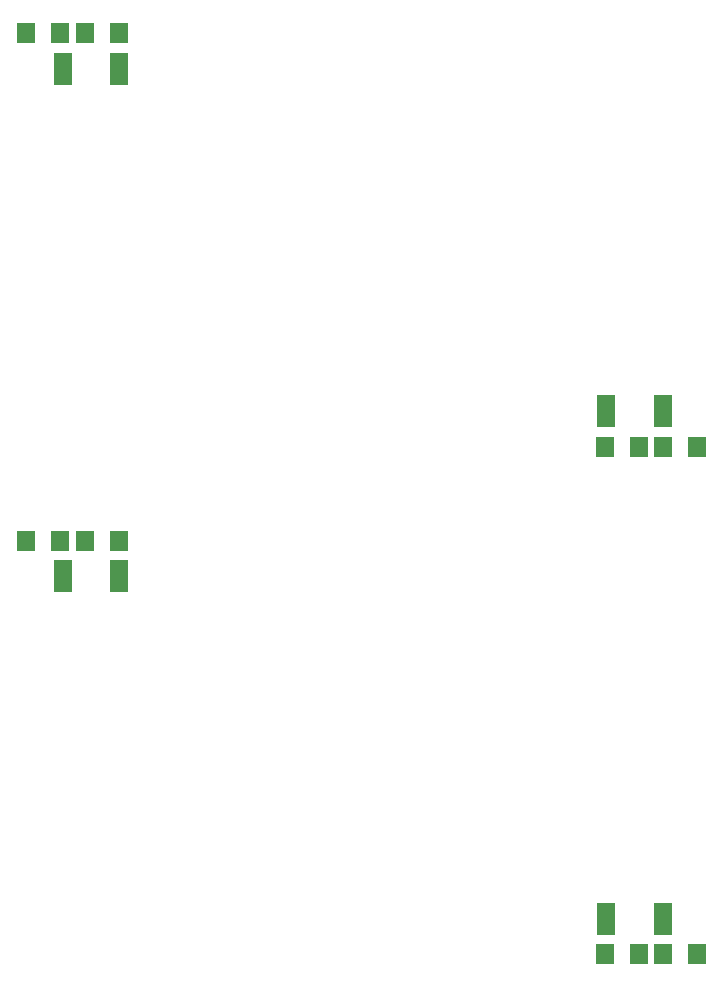
<source format=gbr>
G04 #@! TF.GenerationSoftware,KiCad,Pcbnew,(5.0.0)*
G04 #@! TF.CreationDate,2018-11-19T08:21:14+02:00*
G04 #@! TF.ProjectId,tp_x2,74705F78322E6B696361645F70636200,3*
G04 #@! TF.SameCoordinates,Original*
G04 #@! TF.FileFunction,Paste,Top*
G04 #@! TF.FilePolarity,Positive*
%FSLAX46Y46*%
G04 Gerber Fmt 4.6, Leading zero omitted, Abs format (unit mm)*
G04 Created by KiCad (PCBNEW (5.0.0)) date 11/19/18 08:21:14*
%MOMM*%
%LPD*%
G01*
G04 APERTURE LIST*
%ADD10R,1.500000X2.700000*%
%ADD11R,1.500000X1.700000*%
G04 APERTURE END LIST*
D10*
G04 #@! TO.C,D4*
X136000000Y-124000000D03*
X131200000Y-124000000D03*
G04 #@! TD*
G04 #@! TO.C,D2*
X131200000Y-81000000D03*
X136000000Y-81000000D03*
G04 #@! TD*
G04 #@! TO.C,D3*
X90000000Y-95000000D03*
X85200000Y-95000000D03*
G04 #@! TD*
D11*
G04 #@! TO.C,R6*
X131100000Y-127000000D03*
X134000000Y-127000000D03*
G04 #@! TD*
G04 #@! TO.C,R8*
X138900000Y-127000000D03*
X136000000Y-127000000D03*
G04 #@! TD*
G04 #@! TO.C,R7*
X85000000Y-92000000D03*
X82100000Y-92000000D03*
G04 #@! TD*
G04 #@! TO.C,R9*
X87100000Y-92000000D03*
X90000000Y-92000000D03*
G04 #@! TD*
D10*
G04 #@! TO.C,D1*
X85200000Y-52000000D03*
X90000000Y-52000000D03*
G04 #@! TD*
D11*
G04 #@! TO.C,R4*
X90000000Y-49000000D03*
X87100000Y-49000000D03*
G04 #@! TD*
G04 #@! TO.C,R3*
X136000000Y-84000000D03*
X138900000Y-84000000D03*
G04 #@! TD*
G04 #@! TO.C,R2*
X82100000Y-49000000D03*
X85000000Y-49000000D03*
G04 #@! TD*
G04 #@! TO.C,R1*
X134000000Y-84000000D03*
X131100000Y-84000000D03*
G04 #@! TD*
M02*

</source>
